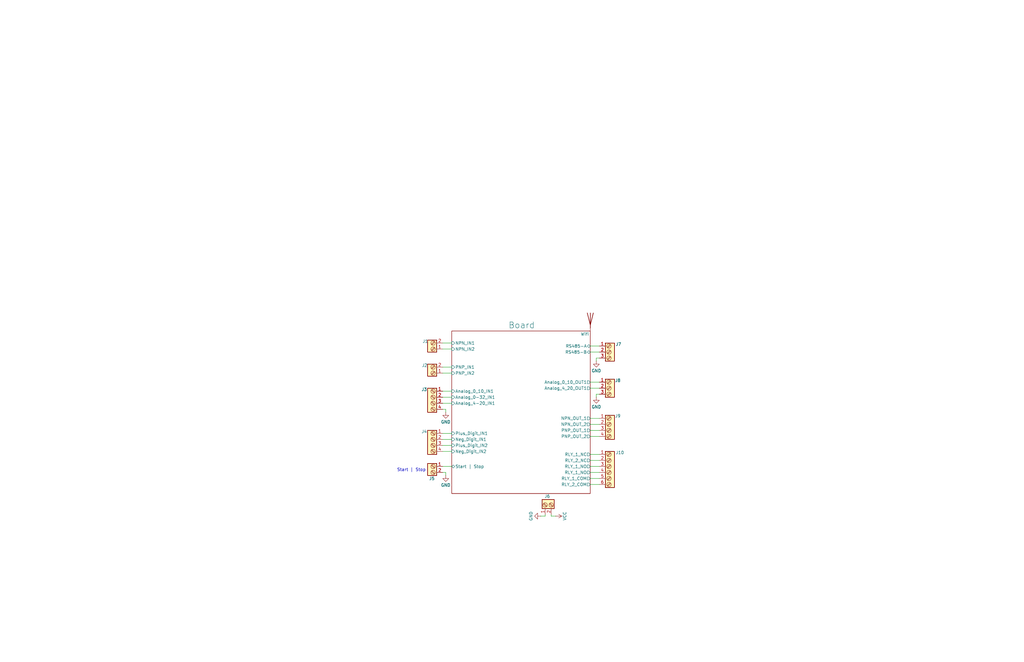
<source format=kicad_sch>
(kicad_sch
	(version 20250114)
	(generator "eeschema")
	(generator_version "9.0")
	(uuid "42622735-4343-4315-af64-a45701a752b6")
	(paper "B")
	(title_block
		(title "Nivara")
		(date "8 / 7 / 25")
		(rev "1.0")
		(company "Electiva")
	)
	(lib_symbols
		(symbol "Device:Antenna"
			(pin_numbers
				(hide yes)
			)
			(pin_names
				(offset 1.016)
				(hide yes)
			)
			(exclude_from_sim no)
			(in_bom yes)
			(on_board yes)
			(property "Reference" "AE"
				(at -1.905 1.905 0)
				(effects
					(font
						(size 1.27 1.27)
					)
					(justify right)
				)
			)
			(property "Value" "Antenna"
				(at -1.905 0 0)
				(effects
					(font
						(size 1.27 1.27)
					)
					(justify right)
				)
			)
			(property "Footprint" ""
				(at 0 0 0)
				(effects
					(font
						(size 1.27 1.27)
					)
					(hide yes)
				)
			)
			(property "Datasheet" "~"
				(at 0 0 0)
				(effects
					(font
						(size 1.27 1.27)
					)
					(hide yes)
				)
			)
			(property "Description" "Antenna"
				(at 0 0 0)
				(effects
					(font
						(size 1.27 1.27)
					)
					(hide yes)
				)
			)
			(property "ki_keywords" "antenna"
				(at 0 0 0)
				(effects
					(font
						(size 1.27 1.27)
					)
					(hide yes)
				)
			)
			(symbol "Antenna_0_1"
				(polyline
					(pts
						(xy 0 2.54) (xy 0 -3.81)
					)
					(stroke
						(width 0.254)
						(type default)
					)
					(fill
						(type none)
					)
				)
				(polyline
					(pts
						(xy 1.27 2.54) (xy 0 -2.54) (xy -1.27 2.54)
					)
					(stroke
						(width 0.254)
						(type default)
					)
					(fill
						(type none)
					)
				)
			)
			(symbol "Antenna_1_1"
				(pin input line
					(at 0 -5.08 90)
					(length 2.54)
					(name "A"
						(effects
							(font
								(size 1.27 1.27)
							)
						)
					)
					(number "1"
						(effects
							(font
								(size 1.27 1.27)
							)
						)
					)
				)
			)
			(embedded_fonts no)
		)
		(symbol "PCM_SL_Screw_Terminal:Screw_Terminal_2_P5.00mm"
			(exclude_from_sim no)
			(in_bom yes)
			(on_board yes)
			(property "Reference" "J"
				(at 0 3.81 0)
				(effects
					(font
						(size 1.27 1.27)
					)
				)
			)
			(property "Value" "Screw_Terminal_2_P5.00mm"
				(at 0 -3.81 0)
				(effects
					(font
						(size 1.27 1.27)
					)
				)
			)
			(property "Footprint" "TerminalBlock_Phoenix:TerminalBlock_Phoenix_PT-1,5-2-5.0-H_1x02_P5.00mm_Horizontal"
				(at 1.27 -6.35 0)
				(effects
					(font
						(size 1.27 1.27)
					)
					(hide yes)
				)
			)
			(property "Datasheet" ""
				(at 0 0 0)
				(effects
					(font
						(size 1.27 1.27)
					)
					(hide yes)
				)
			)
			(property "Description" ""
				(at 0 0 0)
				(effects
					(font
						(size 1.27 1.27)
					)
					(hide yes)
				)
			)
			(property "ki_keywords" "Screw Terminal"
				(at 0 0 0)
				(effects
					(font
						(size 1.27 1.27)
					)
					(hide yes)
				)
			)
			(symbol "Screw_Terminal_2_P5.00mm_0_1"
				(rectangle
					(start -1.27 2.54)
					(end 2.54 -2.54)
					(stroke
						(width 0.3)
						(type default)
					)
					(fill
						(type background)
					)
				)
				(polyline
					(pts
						(xy -0.254 0.508) (xy 1.016 1.778)
					)
					(stroke
						(width 0)
						(type default)
					)
					(fill
						(type none)
					)
				)
				(polyline
					(pts
						(xy -0.254 -2.032) (xy 1.016 -0.762)
					)
					(stroke
						(width 0)
						(type default)
					)
					(fill
						(type none)
					)
				)
				(polyline
					(pts
						(xy 0 1.27) (xy -0.508 0.762) (xy 0.762 2.032)
					)
					(stroke
						(width 0)
						(type default)
					)
					(fill
						(type none)
					)
				)
				(polyline
					(pts
						(xy 0 -1.27) (xy -0.508 -1.778) (xy 0.762 -0.508)
					)
					(stroke
						(width 0)
						(type default)
					)
					(fill
						(type none)
					)
				)
				(circle
					(center 0.254 1.27)
					(radius 0.9158)
					(stroke
						(width 0)
						(type default)
					)
					(fill
						(type none)
					)
				)
				(circle
					(center 0.254 -1.27)
					(radius 0.9158)
					(stroke
						(width 0)
						(type default)
					)
					(fill
						(type none)
					)
				)
			)
			(symbol "Screw_Terminal_2_P5.00mm_1_1"
				(pin passive line
					(at -3.81 1.27 0)
					(length 2.54)
					(name ""
						(effects
							(font
								(size 1.27 1.27)
							)
						)
					)
					(number "1"
						(effects
							(font
								(size 1.27 1.27)
							)
						)
					)
				)
				(pin passive line
					(at -3.81 -1.27 0)
					(length 2.54)
					(name ""
						(effects
							(font
								(size 1.27 1.27)
							)
						)
					)
					(number "2"
						(effects
							(font
								(size 1.27 1.27)
							)
						)
					)
				)
			)
			(embedded_fonts no)
		)
		(symbol "PCM_SL_Screw_Terminal:Screw_Terminal_3_P5.00mm"
			(exclude_from_sim no)
			(in_bom yes)
			(on_board yes)
			(property "Reference" "J"
				(at 0 5.842 0)
				(effects
					(font
						(size 1.27 1.27)
					)
				)
			)
			(property "Value" "Screw_Terminal_3_P5.00mm"
				(at 1.27 -5.588 0)
				(effects
					(font
						(size 1.27 1.27)
					)
				)
			)
			(property "Footprint" "TerminalBlock_Phoenix:TerminalBlock_Phoenix_PT-1,5-3-5.0-H_1x03_P5.00mm_Horizontal"
				(at 1.27 -7.62 0)
				(effects
					(font
						(size 1.27 1.27)
					)
					(hide yes)
				)
			)
			(property "Datasheet" ""
				(at 0 1.27 0)
				(effects
					(font
						(size 1.27 1.27)
					)
					(hide yes)
				)
			)
			(property "Description" ""
				(at 0 0 0)
				(effects
					(font
						(size 1.27 1.27)
					)
					(hide yes)
				)
			)
			(symbol "Screw_Terminal_3_P5.00mm_0_1"
				(rectangle
					(start -1.27 3.81)
					(end 2.54 -3.81)
					(stroke
						(width 0.3)
						(type default)
					)
					(fill
						(type background)
					)
				)
				(polyline
					(pts
						(xy -0.254 1.778) (xy 1.016 3.048)
					)
					(stroke
						(width 0)
						(type default)
					)
					(fill
						(type none)
					)
				)
				(polyline
					(pts
						(xy -0.254 -0.762) (xy 1.016 0.508)
					)
					(stroke
						(width 0)
						(type default)
					)
					(fill
						(type none)
					)
				)
				(polyline
					(pts
						(xy -0.254 -3.302) (xy 1.016 -2.032)
					)
					(stroke
						(width 0)
						(type default)
					)
					(fill
						(type none)
					)
				)
				(polyline
					(pts
						(xy 0 2.54) (xy -0.508 2.032) (xy 0.762 3.302)
					)
					(stroke
						(width 0)
						(type default)
					)
					(fill
						(type none)
					)
				)
				(polyline
					(pts
						(xy 0 0) (xy -0.508 -0.508) (xy 0.762 0.762)
					)
					(stroke
						(width 0)
						(type default)
					)
					(fill
						(type none)
					)
				)
				(polyline
					(pts
						(xy 0 -2.54) (xy -0.508 -3.048) (xy 0.762 -1.778)
					)
					(stroke
						(width 0)
						(type default)
					)
					(fill
						(type none)
					)
				)
				(circle
					(center 0.254 2.54)
					(radius 0.9158)
					(stroke
						(width 0)
						(type default)
					)
					(fill
						(type none)
					)
				)
				(circle
					(center 0.254 0)
					(radius 0.9158)
					(stroke
						(width 0)
						(type default)
					)
					(fill
						(type none)
					)
				)
				(circle
					(center 0.254 -2.54)
					(radius 0.9158)
					(stroke
						(width 0)
						(type default)
					)
					(fill
						(type none)
					)
				)
			)
			(symbol "Screw_Terminal_3_P5.00mm_1_1"
				(pin passive line
					(at -3.81 2.54 0)
					(length 2.54)
					(name ""
						(effects
							(font
								(size 1.27 1.27)
							)
						)
					)
					(number "1"
						(effects
							(font
								(size 1.27 1.27)
							)
						)
					)
				)
				(pin passive line
					(at -3.81 0 0)
					(length 2.54)
					(name ""
						(effects
							(font
								(size 1.27 1.27)
							)
						)
					)
					(number "2"
						(effects
							(font
								(size 1.27 1.27)
							)
						)
					)
				)
				(pin passive line
					(at -3.81 -2.54 0)
					(length 2.54)
					(name ""
						(effects
							(font
								(size 1.27 1.27)
							)
						)
					)
					(number "3"
						(effects
							(font
								(size 1.27 1.27)
							)
						)
					)
				)
			)
			(embedded_fonts no)
		)
		(symbol "PCM_SL_Screw_Terminal:Screw_Terminal_4_P5.00mm"
			(exclude_from_sim no)
			(in_bom yes)
			(on_board yes)
			(property "Reference" "J"
				(at 0 6.35 0)
				(effects
					(font
						(size 1.27 1.27)
					)
				)
			)
			(property "Value" "Screw_Terminal_4_P5.00mm"
				(at 1.27 -6.35 0)
				(effects
					(font
						(size 1.27 1.27)
					)
				)
			)
			(property "Footprint" "TerminalBlock_Phoenix:TerminalBlock_Phoenix_PT-1,5-4-5.0-H_1x04_P5.00mm_Horizontal"
				(at 0 -8.89 0)
				(effects
					(font
						(size 1.27 1.27)
					)
					(hide yes)
				)
			)
			(property "Datasheet" ""
				(at 0 2.54 0)
				(effects
					(font
						(size 1.27 1.27)
					)
					(hide yes)
				)
			)
			(property "Description" ""
				(at 0 0 0)
				(effects
					(font
						(size 1.27 1.27)
					)
					(hide yes)
				)
			)
			(symbol "Screw_Terminal_4_P5.00mm_0_1"
				(rectangle
					(start -1.27 5.08)
					(end 2.54 -5.08)
					(stroke
						(width 0.3)
						(type default)
					)
					(fill
						(type background)
					)
				)
				(polyline
					(pts
						(xy -0.254 3.048) (xy 1.016 4.318)
					)
					(stroke
						(width 0)
						(type default)
					)
					(fill
						(type none)
					)
				)
				(polyline
					(pts
						(xy -0.254 0.508) (xy 1.016 1.778)
					)
					(stroke
						(width 0)
						(type default)
					)
					(fill
						(type none)
					)
				)
				(polyline
					(pts
						(xy -0.254 -2.032) (xy 1.016 -0.762)
					)
					(stroke
						(width 0)
						(type default)
					)
					(fill
						(type none)
					)
				)
				(polyline
					(pts
						(xy -0.254 -4.572) (xy 1.016 -3.302)
					)
					(stroke
						(width 0)
						(type default)
					)
					(fill
						(type none)
					)
				)
				(polyline
					(pts
						(xy 0 3.81) (xy -0.508 3.302) (xy 0.762 4.572)
					)
					(stroke
						(width 0)
						(type default)
					)
					(fill
						(type none)
					)
				)
				(polyline
					(pts
						(xy 0 1.27) (xy -0.508 0.762) (xy 0.762 2.032)
					)
					(stroke
						(width 0)
						(type default)
					)
					(fill
						(type none)
					)
				)
				(polyline
					(pts
						(xy 0 -1.27) (xy -0.508 -1.778) (xy 0.762 -0.508)
					)
					(stroke
						(width 0)
						(type default)
					)
					(fill
						(type none)
					)
				)
				(polyline
					(pts
						(xy 0 -3.81) (xy -0.508 -4.318) (xy 0.762 -3.048)
					)
					(stroke
						(width 0)
						(type default)
					)
					(fill
						(type none)
					)
				)
				(circle
					(center 0.254 3.81)
					(radius 0.9158)
					(stroke
						(width 0)
						(type default)
					)
					(fill
						(type none)
					)
				)
				(circle
					(center 0.254 1.27)
					(radius 0.9158)
					(stroke
						(width 0)
						(type default)
					)
					(fill
						(type none)
					)
				)
				(circle
					(center 0.254 -1.27)
					(radius 0.9158)
					(stroke
						(width 0)
						(type default)
					)
					(fill
						(type none)
					)
				)
				(circle
					(center 0.254 -3.81)
					(radius 0.9158)
					(stroke
						(width 0)
						(type default)
					)
					(fill
						(type none)
					)
				)
			)
			(symbol "Screw_Terminal_4_P5.00mm_1_1"
				(pin passive line
					(at -3.81 3.81 0)
					(length 2.54)
					(name ""
						(effects
							(font
								(size 1.27 1.27)
							)
						)
					)
					(number "1"
						(effects
							(font
								(size 1.27 1.27)
							)
						)
					)
				)
				(pin passive line
					(at -3.81 1.27 0)
					(length 2.54)
					(name ""
						(effects
							(font
								(size 1.27 1.27)
							)
						)
					)
					(number "2"
						(effects
							(font
								(size 1.27 1.27)
							)
						)
					)
				)
				(pin passive line
					(at -3.81 -1.27 0)
					(length 2.54)
					(name ""
						(effects
							(font
								(size 1.27 1.27)
							)
						)
					)
					(number "3"
						(effects
							(font
								(size 1.27 1.27)
							)
						)
					)
				)
				(pin passive line
					(at -3.81 -3.81 0)
					(length 2.54)
					(name ""
						(effects
							(font
								(size 1.27 1.27)
							)
						)
					)
					(number "4"
						(effects
							(font
								(size 1.27 1.27)
							)
						)
					)
				)
			)
			(embedded_fonts no)
		)
		(symbol "PCM_SL_Screw_Terminal:Screw_Terminal_6_P5.00mm"
			(exclude_from_sim no)
			(in_bom yes)
			(on_board yes)
			(property "Reference" "J"
				(at 0 8.89 0)
				(effects
					(font
						(size 1.27 1.27)
					)
				)
			)
			(property "Value" "Screw_Terminal_6_P5.00mm"
				(at 1.27 -8.89 0)
				(effects
					(font
						(size 1.27 1.27)
					)
				)
			)
			(property "Footprint" "TerminalBlock_Phoenix:TerminalBlock_Phoenix_PT-1,5-6-5.0-H_1x06_P5.00mm_Horizontal"
				(at 1.27 -11.43 0)
				(effects
					(font
						(size 1.27 1.27)
					)
					(hide yes)
				)
			)
			(property "Datasheet" ""
				(at 0 5.08 0)
				(effects
					(font
						(size 1.27 1.27)
					)
					(hide yes)
				)
			)
			(property "Description" ""
				(at 0 0 0)
				(effects
					(font
						(size 1.27 1.27)
					)
					(hide yes)
				)
			)
			(symbol "Screw_Terminal_6_P5.00mm_0_1"
				(rectangle
					(start -1.27 7.62)
					(end 2.54 -7.62)
					(stroke
						(width 0.3)
						(type default)
					)
					(fill
						(type background)
					)
				)
				(polyline
					(pts
						(xy -0.254 5.588) (xy 1.016 6.858)
					)
					(stroke
						(width 0)
						(type default)
					)
					(fill
						(type none)
					)
				)
				(polyline
					(pts
						(xy -0.254 3.048) (xy 1.016 4.318)
					)
					(stroke
						(width 0)
						(type default)
					)
					(fill
						(type none)
					)
				)
				(polyline
					(pts
						(xy -0.254 0.508) (xy 1.016 1.778)
					)
					(stroke
						(width 0)
						(type default)
					)
					(fill
						(type none)
					)
				)
				(polyline
					(pts
						(xy -0.254 -2.032) (xy 1.016 -0.762)
					)
					(stroke
						(width 0)
						(type default)
					)
					(fill
						(type none)
					)
				)
				(polyline
					(pts
						(xy -0.254 -4.572) (xy 1.016 -3.302)
					)
					(stroke
						(width 0)
						(type default)
					)
					(fill
						(type none)
					)
				)
				(polyline
					(pts
						(xy -0.254 -7.112) (xy 1.016 -5.842)
					)
					(stroke
						(width 0)
						(type default)
					)
					(fill
						(type none)
					)
				)
				(polyline
					(pts
						(xy 0 6.35) (xy -0.508 5.842) (xy 0.762 7.112)
					)
					(stroke
						(width 0)
						(type default)
					)
					(fill
						(type none)
					)
				)
				(polyline
					(pts
						(xy 0 3.81) (xy -0.508 3.302) (xy 0.762 4.572)
					)
					(stroke
						(width 0)
						(type default)
					)
					(fill
						(type none)
					)
				)
				(polyline
					(pts
						(xy 0 1.27) (xy -0.508 0.762) (xy 0.762 2.032)
					)
					(stroke
						(width 0)
						(type default)
					)
					(fill
						(type none)
					)
				)
				(polyline
					(pts
						(xy 0 -1.27) (xy -0.508 -1.778) (xy 0.762 -0.508)
					)
					(stroke
						(width 0)
						(type default)
					)
					(fill
						(type none)
					)
				)
				(polyline
					(pts
						(xy 0 -3.81) (xy -0.508 -4.318) (xy 0.762 -3.048)
					)
					(stroke
						(width 0)
						(type default)
					)
					(fill
						(type none)
					)
				)
				(polyline
					(pts
						(xy 0 -6.35) (xy -0.508 -6.858) (xy 0.762 -5.588)
					)
					(stroke
						(width 0)
						(type default)
					)
					(fill
						(type none)
					)
				)
				(circle
					(center 0.254 6.35)
					(radius 0.9158)
					(stroke
						(width 0)
						(type default)
					)
					(fill
						(type none)
					)
				)
				(circle
					(center 0.254 3.81)
					(radius 0.9158)
					(stroke
						(width 0)
						(type default)
					)
					(fill
						(type none)
					)
				)
				(circle
					(center 0.254 1.27)
					(radius 0.9158)
					(stroke
						(width 0)
						(type default)
					)
					(fill
						(type none)
					)
				)
				(circle
					(center 0.254 -1.27)
					(radius 0.9158)
					(stroke
						(width 0)
						(type default)
					)
					(fill
						(type none)
					)
				)
				(circle
					(center 0.254 -3.81)
					(radius 0.9158)
					(stroke
						(width 0)
						(type default)
					)
					(fill
						(type none)
					)
				)
				(circle
					(center 0.254 -6.35)
					(radius 0.9158)
					(stroke
						(width 0)
						(type default)
					)
					(fill
						(type none)
					)
				)
			)
			(symbol "Screw_Terminal_6_P5.00mm_1_1"
				(pin passive line
					(at -3.81 6.35 0)
					(length 2.54)
					(name ""
						(effects
							(font
								(size 1.27 1.27)
							)
						)
					)
					(number "1"
						(effects
							(font
								(size 1.27 1.27)
							)
						)
					)
				)
				(pin passive line
					(at -3.81 3.81 0)
					(length 2.54)
					(name ""
						(effects
							(font
								(size 1.27 1.27)
							)
						)
					)
					(number "2"
						(effects
							(font
								(size 1.27 1.27)
							)
						)
					)
				)
				(pin passive line
					(at -3.81 1.27 0)
					(length 2.54)
					(name ""
						(effects
							(font
								(size 1.27 1.27)
							)
						)
					)
					(number "3"
						(effects
							(font
								(size 1.27 1.27)
							)
						)
					)
				)
				(pin passive line
					(at -3.81 -1.27 0)
					(length 2.54)
					(name ""
						(effects
							(font
								(size 1.27 1.27)
							)
						)
					)
					(number "4"
						(effects
							(font
								(size 1.27 1.27)
							)
						)
					)
				)
				(pin passive line
					(at -3.81 -3.81 0)
					(length 2.54)
					(name ""
						(effects
							(font
								(size 1.27 1.27)
							)
						)
					)
					(number "5"
						(effects
							(font
								(size 1.27 1.27)
							)
						)
					)
				)
				(pin passive line
					(at -3.81 -6.35 0)
					(length 2.54)
					(name ""
						(effects
							(font
								(size 1.27 1.27)
							)
						)
					)
					(number "6"
						(effects
							(font
								(size 1.27 1.27)
							)
						)
					)
				)
			)
			(embedded_fonts no)
		)
		(symbol "power:GND"
			(power)
			(pin_numbers
				(hide yes)
			)
			(pin_names
				(offset 0)
				(hide yes)
			)
			(exclude_from_sim no)
			(in_bom yes)
			(on_board yes)
			(property "Reference" "#PWR"
				(at 0 -6.35 0)
				(effects
					(font
						(size 1.27 1.27)
					)
					(hide yes)
				)
			)
			(property "Value" "GND"
				(at 0 -3.81 0)
				(effects
					(font
						(size 1.27 1.27)
					)
				)
			)
			(property "Footprint" ""
				(at 0 0 0)
				(effects
					(font
						(size 1.27 1.27)
					)
					(hide yes)
				)
			)
			(property "Datasheet" ""
				(at 0 0 0)
				(effects
					(font
						(size 1.27 1.27)
					)
					(hide yes)
				)
			)
			(property "Description" "Power symbol creates a global label with name \"GND\" , ground"
				(at 0 0 0)
				(effects
					(font
						(size 1.27 1.27)
					)
					(hide yes)
				)
			)
			(property "ki_keywords" "global power"
				(at 0 0 0)
				(effects
					(font
						(size 1.27 1.27)
					)
					(hide yes)
				)
			)
			(symbol "GND_0_1"
				(polyline
					(pts
						(xy 0 0) (xy 0 -1.27) (xy 1.27 -1.27) (xy 0 -2.54) (xy -1.27 -1.27) (xy 0 -1.27)
					)
					(stroke
						(width 0)
						(type default)
					)
					(fill
						(type none)
					)
				)
			)
			(symbol "GND_1_1"
				(pin power_in line
					(at 0 0 270)
					(length 0)
					(name "~"
						(effects
							(font
								(size 1.27 1.27)
							)
						)
					)
					(number "1"
						(effects
							(font
								(size 1.27 1.27)
							)
						)
					)
				)
			)
			(embedded_fonts no)
		)
		(symbol "power:VCC"
			(power)
			(pin_numbers
				(hide yes)
			)
			(pin_names
				(offset 0)
				(hide yes)
			)
			(exclude_from_sim no)
			(in_bom yes)
			(on_board yes)
			(property "Reference" "#PWR"
				(at 0 -3.81 0)
				(effects
					(font
						(size 1.27 1.27)
					)
					(hide yes)
				)
			)
			(property "Value" "VCC"
				(at 0 3.556 0)
				(effects
					(font
						(size 1.27 1.27)
					)
				)
			)
			(property "Footprint" ""
				(at 0 0 0)
				(effects
					(font
						(size 1.27 1.27)
					)
					(hide yes)
				)
			)
			(property "Datasheet" ""
				(at 0 0 0)
				(effects
					(font
						(size 1.27 1.27)
					)
					(hide yes)
				)
			)
			(property "Description" "Power symbol creates a global label with name \"VCC\""
				(at 0 0 0)
				(effects
					(font
						(size 1.27 1.27)
					)
					(hide yes)
				)
			)
			(property "ki_keywords" "global power"
				(at 0 0 0)
				(effects
					(font
						(size 1.27 1.27)
					)
					(hide yes)
				)
			)
			(symbol "VCC_0_1"
				(polyline
					(pts
						(xy -0.762 1.27) (xy 0 2.54)
					)
					(stroke
						(width 0)
						(type default)
					)
					(fill
						(type none)
					)
				)
				(polyline
					(pts
						(xy 0 2.54) (xy 0.762 1.27)
					)
					(stroke
						(width 0)
						(type default)
					)
					(fill
						(type none)
					)
				)
				(polyline
					(pts
						(xy 0 0) (xy 0 2.54)
					)
					(stroke
						(width 0)
						(type default)
					)
					(fill
						(type none)
					)
				)
			)
			(symbol "VCC_1_1"
				(pin power_in line
					(at 0 0 90)
					(length 0)
					(name "~"
						(effects
							(font
								(size 1.27 1.27)
							)
						)
					)
					(number "1"
						(effects
							(font
								(size 1.27 1.27)
							)
						)
					)
				)
			)
			(embedded_fonts no)
		)
	)
	(text "Start | Stop"
		(exclude_from_sim no)
		(at 173.482 198.374 0)
		(effects
			(font
				(size 1.27 1.27)
			)
		)
		(uuid "491388c0-e430-425e-aa45-65afab839b81")
	)
	(wire
		(pts
			(xy 248.92 181.61) (xy 252.73 181.61)
		)
		(stroke
			(width 0)
			(type default)
		)
		(uuid "0078c581-c9e3-4bf9-a91c-07b1f51c7bb2")
	)
	(wire
		(pts
			(xy 186.69 185.42) (xy 190.5 185.42)
		)
		(stroke
			(width 0)
			(type default)
		)
		(uuid "077bd831-8db3-409f-91f7-e16837ed06dd")
	)
	(wire
		(pts
			(xy 248.92 146.05) (xy 252.73 146.05)
		)
		(stroke
			(width 0)
			(type default)
		)
		(uuid "0ec3fb23-9ab0-48dd-a138-d43a913a4d9c")
	)
	(wire
		(pts
			(xy 251.46 166.37) (xy 251.46 167.64)
		)
		(stroke
			(width 0)
			(type default)
		)
		(uuid "1593e8ec-5ab1-4a53-ae90-e1d25e7fab8c")
	)
	(wire
		(pts
			(xy 186.69 144.78) (xy 190.5 144.78)
		)
		(stroke
			(width 0)
			(type default)
		)
		(uuid "165ab283-cacd-4c2c-b789-89e2f5fa008a")
	)
	(wire
		(pts
			(xy 252.73 151.13) (xy 251.46 151.13)
		)
		(stroke
			(width 0)
			(type default)
		)
		(uuid "191e9b25-e66e-4363-acc9-0c459fcb2825")
	)
	(wire
		(pts
			(xy 186.69 165.1) (xy 190.5 165.1)
		)
		(stroke
			(width 0)
			(type default)
		)
		(uuid "281d511f-1777-4b82-a56d-d367bf8c21e3")
	)
	(wire
		(pts
			(xy 232.41 217.17) (xy 232.41 217.805)
		)
		(stroke
			(width 0)
			(type default)
		)
		(uuid "29115b6c-a534-4159-8bba-7a47aa1d0f6b")
	)
	(wire
		(pts
			(xy 248.92 194.31) (xy 252.73 194.31)
		)
		(stroke
			(width 0)
			(type default)
		)
		(uuid "2b5bfdb6-2ecd-4aa2-88c0-4f14e209c084")
	)
	(wire
		(pts
			(xy 186.69 187.96) (xy 190.5 187.96)
		)
		(stroke
			(width 0)
			(type default)
		)
		(uuid "31695c18-d379-4107-8570-b7b8336f1fb9")
	)
	(wire
		(pts
			(xy 187.96 172.72) (xy 187.96 173.99)
		)
		(stroke
			(width 0)
			(type default)
		)
		(uuid "3902feae-e0de-4262-a8d5-44d770e2b700")
	)
	(wire
		(pts
			(xy 248.92 201.93) (xy 252.73 201.93)
		)
		(stroke
			(width 0)
			(type default)
		)
		(uuid "3e29e6d9-b67f-4097-9707-83d62b149e22")
	)
	(wire
		(pts
			(xy 248.92 176.53) (xy 252.73 176.53)
		)
		(stroke
			(width 0)
			(type default)
		)
		(uuid "49ee9e47-6193-4ba9-9b3f-f810f4233554")
	)
	(wire
		(pts
			(xy 186.69 157.48) (xy 190.5 157.48)
		)
		(stroke
			(width 0)
			(type default)
		)
		(uuid "571914b2-6db8-4f7f-b279-190d841746d2")
	)
	(wire
		(pts
			(xy 248.92 196.85) (xy 252.73 196.85)
		)
		(stroke
			(width 0)
			(type default)
		)
		(uuid "58a6e0af-cacc-44fc-b0eb-df5a65c44c42")
	)
	(wire
		(pts
			(xy 248.92 184.15) (xy 252.73 184.15)
		)
		(stroke
			(width 0)
			(type default)
		)
		(uuid "673906b4-7c2d-4a23-924c-05b6eb702395")
	)
	(wire
		(pts
			(xy 186.69 196.85) (xy 190.5 196.85)
		)
		(stroke
			(width 0)
			(type default)
		)
		(uuid "6ed9e88b-2f24-4853-a669-55fc1dae822d")
	)
	(wire
		(pts
			(xy 252.73 166.37) (xy 251.46 166.37)
		)
		(stroke
			(width 0)
			(type default)
		)
		(uuid "6feff88a-d3be-406e-a807-74b1ac69762f")
	)
	(wire
		(pts
			(xy 186.69 167.64) (xy 190.5 167.64)
		)
		(stroke
			(width 0)
			(type default)
		)
		(uuid "76e9f202-3341-4034-b1d8-d2515e5d9282")
	)
	(wire
		(pts
			(xy 187.96 199.39) (xy 187.96 200.66)
		)
		(stroke
			(width 0)
			(type default)
		)
		(uuid "770b6035-2f23-4216-bf3e-bc22b5cfc03a")
	)
	(wire
		(pts
			(xy 248.92 148.59) (xy 252.73 148.59)
		)
		(stroke
			(width 0)
			(type default)
		)
		(uuid "7fb60918-5adb-48d7-ad68-6bf555e44bd4")
	)
	(wire
		(pts
			(xy 248.92 161.29) (xy 252.73 161.29)
		)
		(stroke
			(width 0)
			(type default)
		)
		(uuid "809d20ad-24ca-4fff-873b-b7ce96e57041")
	)
	(wire
		(pts
			(xy 186.69 154.94) (xy 190.5 154.94)
		)
		(stroke
			(width 0)
			(type default)
		)
		(uuid "879e5b76-449a-41d5-9791-f11decb485f2")
	)
	(wire
		(pts
			(xy 248.92 204.47) (xy 252.73 204.47)
		)
		(stroke
			(width 0)
			(type default)
		)
		(uuid "8cbf11b0-36fc-45d6-b0aa-cbf99bf6e645")
	)
	(wire
		(pts
			(xy 186.69 172.72) (xy 187.96 172.72)
		)
		(stroke
			(width 0)
			(type default)
		)
		(uuid "907b979c-c624-4adb-8bbf-39e83425ff36")
	)
	(wire
		(pts
			(xy 248.92 191.77) (xy 252.73 191.77)
		)
		(stroke
			(width 0)
			(type default)
		)
		(uuid "99971e49-7d3b-4d20-b756-097b22a7951a")
	)
	(wire
		(pts
			(xy 229.87 217.805) (xy 227.965 217.805)
		)
		(stroke
			(width 0)
			(type default)
		)
		(uuid "a025bdaf-da2f-445d-a313-363719772325")
	)
	(wire
		(pts
			(xy 186.69 182.88) (xy 190.5 182.88)
		)
		(stroke
			(width 0)
			(type default)
		)
		(uuid "a0c5d0d4-c019-4f07-8d87-b89ae1eea623")
	)
	(wire
		(pts
			(xy 248.92 163.83) (xy 252.73 163.83)
		)
		(stroke
			(width 0)
			(type default)
		)
		(uuid "a864383e-8474-4218-98b9-d4a7d8d66a3f")
	)
	(wire
		(pts
			(xy 186.69 190.5) (xy 190.5 190.5)
		)
		(stroke
			(width 0)
			(type default)
		)
		(uuid "adfaca39-6908-47a7-9f08-72330f9e9022")
	)
	(wire
		(pts
			(xy 187.96 199.39) (xy 186.69 199.39)
		)
		(stroke
			(width 0)
			(type default)
		)
		(uuid "ba443da4-1fe2-44f9-9bec-3db4c8cb4a1f")
	)
	(wire
		(pts
			(xy 248.92 199.39) (xy 252.73 199.39)
		)
		(stroke
			(width 0)
			(type default)
		)
		(uuid "c38cbb81-89fe-42ed-8967-541456bc635f")
	)
	(wire
		(pts
			(xy 232.41 217.805) (xy 234.315 217.805)
		)
		(stroke
			(width 0)
			(type default)
		)
		(uuid "cacdd151-7011-498d-8ba7-48a03e4e9ee2")
	)
	(wire
		(pts
			(xy 251.46 151.13) (xy 251.46 152.4)
		)
		(stroke
			(width 0)
			(type default)
		)
		(uuid "cf877b2a-df76-4280-b0d3-e42e3f123df1")
	)
	(wire
		(pts
			(xy 248.92 179.07) (xy 252.73 179.07)
		)
		(stroke
			(width 0)
			(type default)
		)
		(uuid "e957e426-fdaf-433d-9a6a-ac330f104f51")
	)
	(wire
		(pts
			(xy 186.69 170.18) (xy 190.5 170.18)
		)
		(stroke
			(width 0)
			(type default)
		)
		(uuid "e9c084e9-9cfe-4d3a-a431-369bad9ced82")
	)
	(wire
		(pts
			(xy 229.87 217.17) (xy 229.87 217.805)
		)
		(stroke
			(width 0)
			(type default)
		)
		(uuid "f4905754-af29-4bf0-96f7-63cea429dc6a")
	)
	(wire
		(pts
			(xy 186.69 147.32) (xy 190.5 147.32)
		)
		(stroke
			(width 0)
			(type default)
		)
		(uuid "fecdfe3a-a702-436d-abd7-44010f5abc4c")
	)
	(symbol
		(lib_id "PCM_SL_Screw_Terminal:Screw_Terminal_2_P5.00mm")
		(at 182.88 156.21 180)
		(unit 1)
		(exclude_from_sim no)
		(in_bom yes)
		(on_board yes)
		(dnp no)
		(uuid "019619e0-75ff-41a4-84e0-d614eb14d20d")
		(property "Reference" "J2"
			(at 179.07 154.178 0)
			(effects
				(font
					(size 1.27 1.27)
				)
			)
		)
		(property "Value" "Screw_Terminal_2_P5.00mm"
			(at 182.245 151.13 0)
			(effects
				(font
					(size 1.27 1.27)
				)
				(hide yes)
			)
		)
		(property "Footprint" "TerminalBlock_Phoenix:TerminalBlock_Phoenix_PT-1,5-2-5.0-H_1x02_P5.00mm_Horizontal"
			(at 181.61 149.86 0)
			(effects
				(font
					(size 1.27 1.27)
				)
				(hide yes)
			)
		)
		(property "Datasheet" ""
			(at 182.88 156.21 0)
			(effects
				(font
					(size 1.27 1.27)
				)
				(hide yes)
			)
		)
		(property "Description" ""
			(at 182.88 156.21 0)
			(effects
				(font
					(size 1.27 1.27)
				)
				(hide yes)
			)
		)
		(property "Part Number" ""
			(at 182.88 156.21 0)
			(effects
				(font
					(size 1.27 1.27)
				)
			)
		)
		(pin "1"
			(uuid "843eba47-2b89-4633-896d-353e29209178")
		)
		(pin "2"
			(uuid "b663832c-0566-4bc2-bc47-310d4b474a10")
		)
		(instances
			(project "Nivara Controls"
				(path "/42622735-4343-4315-af64-a45701a752b6"
					(reference "J2")
					(unit 1)
				)
			)
		)
	)
	(symbol
		(lib_id "PCM_SL_Screw_Terminal:Screw_Terminal_3_P5.00mm")
		(at 256.54 148.59 0)
		(unit 1)
		(exclude_from_sim no)
		(in_bom yes)
		(on_board yes)
		(dnp no)
		(uuid "06667df2-cada-4271-a5ba-acca5cb12f41")
		(property "Reference" "J7"
			(at 259.588 145.288 0)
			(effects
				(font
					(size 1.27 1.27)
				)
				(justify left)
			)
		)
		(property "Value" "Screw_Terminal_3_P5.00mm"
			(at 260.35 149.8599 0)
			(effects
				(font
					(size 1.27 1.27)
				)
				(justify left)
				(hide yes)
			)
		)
		(property "Footprint" "TerminalBlock_Phoenix:TerminalBlock_Phoenix_PT-1,5-3-5.0-H_1x03_P5.00mm_Horizontal"
			(at 257.81 156.21 0)
			(effects
				(font
					(size 1.27 1.27)
				)
				(hide yes)
			)
		)
		(property "Datasheet" ""
			(at 256.54 147.32 0)
			(effects
				(font
					(size 1.27 1.27)
				)
				(hide yes)
			)
		)
		(property "Description" ""
			(at 256.54 148.59 0)
			(effects
				(font
					(size 1.27 1.27)
				)
				(hide yes)
			)
		)
		(property "Part Number" ""
			(at 256.54 148.59 0)
			(effects
				(font
					(size 1.27 1.27)
				)
			)
		)
		(pin "1"
			(uuid "d82838ed-6b30-4410-aa14-af7568d5a7b0")
		)
		(pin "2"
			(uuid "92b027d2-781b-4ade-9996-83a3a069f80f")
		)
		(pin "3"
			(uuid "7728ec95-0332-44b9-9e20-be1d951c1006")
		)
		(instances
			(project ""
				(path "/42622735-4343-4315-af64-a45701a752b6"
					(reference "J7")
					(unit 1)
				)
			)
		)
	)
	(symbol
		(lib_id "power:GND")
		(at 251.46 152.4 0)
		(unit 1)
		(exclude_from_sim no)
		(in_bom yes)
		(on_board yes)
		(dnp no)
		(uuid "070d71cf-acd1-4a46-9922-543252b92abc")
		(property "Reference" "#PWR05"
			(at 251.46 158.75 0)
			(effects
				(font
					(size 1.27 1.27)
				)
				(hide yes)
			)
		)
		(property "Value" "GND"
			(at 251.46 156.464 0)
			(effects
				(font
					(size 1.27 1.27)
				)
			)
		)
		(property "Footprint" ""
			(at 251.46 152.4 0)
			(effects
				(font
					(size 1.27 1.27)
				)
				(hide yes)
			)
		)
		(property "Datasheet" ""
			(at 251.46 152.4 0)
			(effects
				(font
					(size 1.27 1.27)
				)
				(hide yes)
			)
		)
		(property "Description" "Power symbol creates a global label with name \"GND\" , ground"
			(at 251.46 152.4 0)
			(effects
				(font
					(size 1.27 1.27)
				)
				(hide yes)
			)
		)
		(pin "1"
			(uuid "4fcad234-a999-4133-9466-fb2bc531771e")
		)
		(instances
			(project "Nivara Controls"
				(path "/42622735-4343-4315-af64-a45701a752b6"
					(reference "#PWR05")
					(unit 1)
				)
			)
		)
	)
	(symbol
		(lib_id "Device:Antenna")
		(at 248.92 134.62 0)
		(unit 1)
		(exclude_from_sim no)
		(in_bom yes)
		(on_board no)
		(dnp no)
		(uuid "1c1b8387-6a1d-4ede-ab26-a9e2588d23fc")
		(property "Reference" "AE1"
			(at 251.46 133.9849 0)
			(effects
				(font
					(size 1.27 1.27)
				)
				(justify left)
				(hide yes)
			)
		)
		(property "Value" "Wifi"
			(at 244.856 140.97 0)
			(effects
				(font
					(size 1.27 1.27)
				)
				(justify left)
			)
		)
		(property "Footprint" ""
			(at 248.92 134.62 0)
			(effects
				(font
					(size 1.27 1.27)
				)
				(hide yes)
			)
		)
		(property "Datasheet" "~"
			(at 248.92 134.62 0)
			(effects
				(font
					(size 1.27 1.27)
				)
				(hide yes)
			)
		)
		(property "Description" "Antenna"
			(at 248.92 134.62 0)
			(effects
				(font
					(size 1.27 1.27)
				)
				(hide yes)
			)
		)
		(property "Part Number" ""
			(at 248.92 134.62 0)
			(effects
				(font
					(size 1.27 1.27)
				)
			)
		)
		(pin "1"
			(uuid "f3984f6f-0ae9-4369-b52c-54ee2cad8b01")
		)
		(instances
			(project ""
				(path "/42622735-4343-4315-af64-a45701a752b6"
					(reference "AE1")
					(unit 1)
				)
			)
		)
	)
	(symbol
		(lib_id "power:GND")
		(at 227.965 217.805 270)
		(unit 1)
		(exclude_from_sim no)
		(in_bom yes)
		(on_board yes)
		(dnp no)
		(uuid "20bfa8a9-ee5b-4e83-9f12-ae3ee5dbb22a")
		(property "Reference" "#PWR03"
			(at 221.615 217.805 0)
			(effects
				(font
					(size 1.27 1.27)
				)
				(hide yes)
			)
		)
		(property "Value" "GND"
			(at 223.901 217.805 0)
			(effects
				(font
					(size 1.27 1.27)
				)
			)
		)
		(property "Footprint" ""
			(at 227.965 217.805 0)
			(effects
				(font
					(size 1.27 1.27)
				)
				(hide yes)
			)
		)
		(property "Datasheet" ""
			(at 227.965 217.805 0)
			(effects
				(font
					(size 1.27 1.27)
				)
				(hide yes)
			)
		)
		(property "Description" "Power symbol creates a global label with name \"GND\" , ground"
			(at 227.965 217.805 0)
			(effects
				(font
					(size 1.27 1.27)
				)
				(hide yes)
			)
		)
		(pin "1"
			(uuid "5a2ee0cc-b5cd-44db-81ac-f31cdaa5681b")
		)
		(instances
			(project ""
				(path "/42622735-4343-4315-af64-a45701a752b6"
					(reference "#PWR03")
					(unit 1)
				)
			)
		)
	)
	(symbol
		(lib_id "power:GND")
		(at 187.96 200.66 0)
		(unit 1)
		(exclude_from_sim no)
		(in_bom yes)
		(on_board yes)
		(dnp no)
		(uuid "4de8a246-5a30-4927-89fa-e18964f70deb")
		(property "Reference" "#PWR02"
			(at 187.96 207.01 0)
			(effects
				(font
					(size 1.27 1.27)
				)
				(hide yes)
			)
		)
		(property "Value" "GND"
			(at 187.96 204.724 0)
			(effects
				(font
					(size 1.27 1.27)
				)
			)
		)
		(property "Footprint" ""
			(at 187.96 200.66 0)
			(effects
				(font
					(size 1.27 1.27)
				)
				(hide yes)
			)
		)
		(property "Datasheet" ""
			(at 187.96 200.66 0)
			(effects
				(font
					(size 1.27 1.27)
				)
				(hide yes)
			)
		)
		(property "Description" "Power symbol creates a global label with name \"GND\" , ground"
			(at 187.96 200.66 0)
			(effects
				(font
					(size 1.27 1.27)
				)
				(hide yes)
			)
		)
		(pin "1"
			(uuid "0e7f5662-8ad1-4c9d-a370-d1cdb6e6fe83")
		)
		(instances
			(project "Nivara Controls"
				(path "/42622735-4343-4315-af64-a45701a752b6"
					(reference "#PWR02")
					(unit 1)
				)
			)
		)
	)
	(symbol
		(lib_id "PCM_SL_Screw_Terminal:Screw_Terminal_4_P5.00mm")
		(at 256.54 180.34 0)
		(unit 1)
		(exclude_from_sim no)
		(in_bom yes)
		(on_board yes)
		(dnp no)
		(uuid "58fe6dde-91dc-4be8-a4e8-a52e4ed4bcd4")
		(property "Reference" "J9"
			(at 259.334 175.514 0)
			(effects
				(font
					(size 1.27 1.27)
				)
				(justify left)
			)
		)
		(property "Value" "Screw_Terminal_4_P5.00mm"
			(at 260.35 181.6099 0)
			(effects
				(font
					(size 1.27 1.27)
				)
				(justify left)
				(hide yes)
			)
		)
		(property "Footprint" "TerminalBlock_Phoenix:TerminalBlock_Phoenix_PT-1,5-4-5.0-H_1x04_P5.00mm_Horizontal"
			(at 256.54 189.23 0)
			(effects
				(font
					(size 1.27 1.27)
				)
				(hide yes)
			)
		)
		(property "Datasheet" ""
			(at 256.54 177.8 0)
			(effects
				(font
					(size 1.27 1.27)
				)
				(hide yes)
			)
		)
		(property "Description" ""
			(at 256.54 180.34 0)
			(effects
				(font
					(size 1.27 1.27)
				)
				(hide yes)
			)
		)
		(property "Part Number" ""
			(at 256.54 180.34 0)
			(effects
				(font
					(size 1.27 1.27)
				)
			)
		)
		(pin "4"
			(uuid "7bc779b0-84cf-4652-8e9e-05dbfbae2c9c")
		)
		(pin "2"
			(uuid "962f50af-30ac-4bf9-a068-686c99010180")
		)
		(pin "3"
			(uuid "0148b277-2975-4bc2-b95f-d5f4b85a7e2a")
		)
		(pin "1"
			(uuid "f262601c-9c8f-464a-911f-797024b15b38")
		)
		(instances
			(project ""
				(path "/42622735-4343-4315-af64-a45701a752b6"
					(reference "J9")
					(unit 1)
				)
			)
		)
	)
	(symbol
		(lib_id "power:GND")
		(at 251.46 167.64 0)
		(unit 1)
		(exclude_from_sim no)
		(in_bom yes)
		(on_board yes)
		(dnp no)
		(uuid "66d1e87a-6f3e-4c84-a44c-664ad5bdd1e6")
		(property "Reference" "#PWR06"
			(at 251.46 173.99 0)
			(effects
				(font
					(size 1.27 1.27)
				)
				(hide yes)
			)
		)
		(property "Value" "GND"
			(at 251.46 171.704 0)
			(effects
				(font
					(size 1.27 1.27)
				)
			)
		)
		(property "Footprint" ""
			(at 251.46 167.64 0)
			(effects
				(font
					(size 1.27 1.27)
				)
				(hide yes)
			)
		)
		(property "Datasheet" ""
			(at 251.46 167.64 0)
			(effects
				(font
					(size 1.27 1.27)
				)
				(hide yes)
			)
		)
		(property "Description" "Power symbol creates a global label with name \"GND\" , ground"
			(at 251.46 167.64 0)
			(effects
				(font
					(size 1.27 1.27)
				)
				(hide yes)
			)
		)
		(pin "1"
			(uuid "fde17b6d-0f9c-40c2-9508-f60a6d2b1264")
		)
		(instances
			(project "Nivara Controls"
				(path "/42622735-4343-4315-af64-a45701a752b6"
					(reference "#PWR06")
					(unit 1)
				)
			)
		)
	)
	(symbol
		(lib_id "PCM_SL_Screw_Terminal:Screw_Terminal_2_P5.00mm")
		(at 182.88 198.12 0)
		(mirror y)
		(unit 1)
		(exclude_from_sim no)
		(in_bom yes)
		(on_board yes)
		(dnp no)
		(uuid "7716ea7c-0633-4d8f-b0f8-49ac1c92718d")
		(property "Reference" "J5"
			(at 182.118 201.93 0)
			(effects
				(font
					(size 1.27 1.27)
				)
			)
		)
		(property "Value" "Screw_Terminal_2_P5.00mm"
			(at 182.245 203.2 0)
			(effects
				(font
					(size 1.27 1.27)
				)
				(hide yes)
			)
		)
		(property "Footprint" "TerminalBlock_Phoenix:TerminalBlock_Phoenix_PT-1,5-2-5.0-H_1x02_P5.00mm_Horizontal"
			(at 181.61 204.47 0)
			(effects
				(font
					(size 1.27 1.27)
				)
				(hide yes)
			)
		)
		(property "Datasheet" ""
			(at 182.88 198.12 0)
			(effects
				(font
					(size 1.27 1.27)
				)
				(hide yes)
			)
		)
		(property "Description" ""
			(at 182.88 198.12 0)
			(effects
				(font
					(size 1.27 1.27)
				)
				(hide yes)
			)
		)
		(property "Part Number" ""
			(at 182.88 198.12 0)
			(effects
				(font
					(size 1.27 1.27)
				)
			)
		)
		(pin "1"
			(uuid "2ab18313-de22-4690-be54-a9991064f258")
		)
		(pin "2"
			(uuid "44922cf5-baf7-4eb9-a206-a7fa87a0e9ce")
		)
		(instances
			(project "Nivara Controls"
				(path "/42622735-4343-4315-af64-a45701a752b6"
					(reference "J5")
					(unit 1)
				)
			)
		)
	)
	(symbol
		(lib_id "PCM_SL_Screw_Terminal:Screw_Terminal_3_P5.00mm")
		(at 256.54 163.83 0)
		(unit 1)
		(exclude_from_sim no)
		(in_bom yes)
		(on_board yes)
		(dnp no)
		(uuid "9b34c41e-fc67-4caf-95f1-41176e4018f5")
		(property "Reference" "J8"
			(at 259.334 160.528 0)
			(effects
				(font
					(size 1.27 1.27)
				)
				(justify left)
			)
		)
		(property "Value" "Screw_Terminal_3_P5.00mm"
			(at 260.35 165.0999 0)
			(effects
				(font
					(size 1.27 1.27)
				)
				(justify left)
				(hide yes)
			)
		)
		(property "Footprint" "TerminalBlock_Phoenix:TerminalBlock_Phoenix_PT-1,5-3-5.0-H_1x03_P5.00mm_Horizontal"
			(at 257.81 171.45 0)
			(effects
				(font
					(size 1.27 1.27)
				)
				(hide yes)
			)
		)
		(property "Datasheet" ""
			(at 256.54 162.56 0)
			(effects
				(font
					(size 1.27 1.27)
				)
				(hide yes)
			)
		)
		(property "Description" ""
			(at 256.54 163.83 0)
			(effects
				(font
					(size 1.27 1.27)
				)
				(hide yes)
			)
		)
		(property "Part Number" ""
			(at 256.54 163.83 0)
			(effects
				(font
					(size 1.27 1.27)
				)
			)
		)
		(pin "1"
			(uuid "e4a07fc4-db42-4979-87eb-7463de55a8e8")
		)
		(pin "2"
			(uuid "4774b9ea-c254-4704-b225-45fdb873c48e")
		)
		(pin "3"
			(uuid "3e3a351d-fd04-4ae9-ae94-306057f995bb")
		)
		(instances
			(project "Nivara Controls"
				(path "/42622735-4343-4315-af64-a45701a752b6"
					(reference "J8")
					(unit 1)
				)
			)
		)
	)
	(symbol
		(lib_id "PCM_SL_Screw_Terminal:Screw_Terminal_4_P5.00mm")
		(at 182.88 168.91 0)
		(mirror y)
		(unit 1)
		(exclude_from_sim no)
		(in_bom yes)
		(on_board yes)
		(dnp no)
		(uuid "a46259eb-e38c-444f-943c-b61cf45d61f3")
		(property "Reference" "J3"
			(at 180.086 164.338 0)
			(effects
				(font
					(size 1.27 1.27)
				)
				(justify left)
			)
		)
		(property "Value" "Screw_Terminal_4_P5.00mm"
			(at 179.07 170.1799 0)
			(effects
				(font
					(size 1.27 1.27)
				)
				(justify left)
				(hide yes)
			)
		)
		(property "Footprint" "TerminalBlock_Phoenix:TerminalBlock_Phoenix_PT-1,5-4-5.0-H_1x04_P5.00mm_Horizontal"
			(at 182.88 177.8 0)
			(effects
				(font
					(size 1.27 1.27)
				)
				(hide yes)
			)
		)
		(property "Datasheet" ""
			(at 182.88 166.37 0)
			(effects
				(font
					(size 1.27 1.27)
				)
				(hide yes)
			)
		)
		(property "Description" ""
			(at 182.88 168.91 0)
			(effects
				(font
					(size 1.27 1.27)
				)
				(hide yes)
			)
		)
		(property "Part Number" ""
			(at 182.88 168.91 0)
			(effects
				(font
					(size 1.27 1.27)
				)
			)
		)
		(pin "3"
			(uuid "fb6a27fc-a077-4e5d-9f7e-20970791970a")
		)
		(pin "2"
			(uuid "842e4ffe-cd26-40ea-b091-088676c39f53")
		)
		(pin "1"
			(uuid "f959ba23-2313-41ac-b3d8-3a3da4588a5e")
		)
		(pin "4"
			(uuid "5c2b0ec9-009a-480f-8c8c-06c317c2c8f3")
		)
		(instances
			(project ""
				(path "/42622735-4343-4315-af64-a45701a752b6"
					(reference "J3")
					(unit 1)
				)
			)
		)
	)
	(symbol
		(lib_id "power:VCC")
		(at 234.315 217.805 270)
		(unit 1)
		(exclude_from_sim no)
		(in_bom yes)
		(on_board yes)
		(dnp no)
		(uuid "a5e0883e-c192-4d52-9f3e-0167bc3f6336")
		(property "Reference" "#PWR04"
			(at 230.505 217.805 0)
			(effects
				(font
					(size 1.27 1.27)
				)
				(hide yes)
			)
		)
		(property "Value" "VCC"
			(at 238.125 217.805 0)
			(effects
				(font
					(size 1.27 1.27)
				)
			)
		)
		(property "Footprint" ""
			(at 234.315 217.805 0)
			(effects
				(font
					(size 1.27 1.27)
				)
				(hide yes)
			)
		)
		(property "Datasheet" ""
			(at 234.315 217.805 0)
			(effects
				(font
					(size 1.27 1.27)
				)
				(hide yes)
			)
		)
		(property "Description" "Power symbol creates a global label with name \"VCC\""
			(at 234.315 217.805 0)
			(effects
				(font
					(size 1.27 1.27)
				)
				(hide yes)
			)
		)
		(pin "1"
			(uuid "df47888d-5b3e-41b6-a125-76ff02923d4a")
		)
		(instances
			(project ""
				(path "/42622735-4343-4315-af64-a45701a752b6"
					(reference "#PWR04")
					(unit 1)
				)
			)
		)
	)
	(symbol
		(lib_id "PCM_SL_Screw_Terminal:Screw_Terminal_6_P5.00mm")
		(at 256.54 198.12 0)
		(unit 1)
		(exclude_from_sim no)
		(in_bom yes)
		(on_board yes)
		(dnp no)
		(uuid "b279ca85-d7cb-4c00-bc10-e5eed658dcf1")
		(property "Reference" "J10"
			(at 259.588 191.008 0)
			(effects
				(font
					(size 1.27 1.27)
				)
				(justify left)
			)
		)
		(property "Value" "Screw_Terminal_6_P5.00mm"
			(at 260.35 199.3899 0)
			(effects
				(font
					(size 1.27 1.27)
				)
				(justify left)
				(hide yes)
			)
		)
		(property "Footprint" "TerminalBlock_Phoenix:TerminalBlock_Phoenix_PT-1,5-6-5.0-H_1x06_P5.00mm_Horizontal"
			(at 257.81 209.55 0)
			(effects
				(font
					(size 1.27 1.27)
				)
				(hide yes)
			)
		)
		(property "Datasheet" ""
			(at 256.54 193.04 0)
			(effects
				(font
					(size 1.27 1.27)
				)
				(hide yes)
			)
		)
		(property "Description" ""
			(at 256.54 198.12 0)
			(effects
				(font
					(size 1.27 1.27)
				)
				(hide yes)
			)
		)
		(property "Part Number" ""
			(at 256.54 198.12 0)
			(effects
				(font
					(size 1.27 1.27)
				)
			)
		)
		(pin "1"
			(uuid "20ff2613-9603-4c7d-ba76-0e3becefa2c4")
		)
		(pin "2"
			(uuid "a21461ea-5696-42e5-acd9-8bfbc4f91a4f")
		)
		(pin "3"
			(uuid "ecf65c70-532d-4e59-bc40-b64dcae55d8a")
		)
		(pin "4"
			(uuid "fe13d9d7-4e11-4487-9de8-202d1c15e9b2")
		)
		(pin "5"
			(uuid "a71a14a7-ede9-4b98-8867-ba3e9a8e6e1f")
		)
		(pin "6"
			(uuid "f844cf5d-e236-4dd5-a1d8-c506482c715f")
		)
		(instances
			(project ""
				(path "/42622735-4343-4315-af64-a45701a752b6"
					(reference "J10")
					(unit 1)
				)
			)
		)
	)
	(symbol
		(lib_id "PCM_SL_Screw_Terminal:Screw_Terminal_2_P5.00mm")
		(at 182.88 146.05 180)
		(unit 1)
		(exclude_from_sim no)
		(in_bom yes)
		(on_board yes)
		(dnp no)
		(uuid "b7b15341-3c28-4fd0-bdce-ca186f22b31c")
		(property "Reference" "J1"
			(at 179.324 144.018 0)
			(effects
				(font
					(size 1.27 1.27)
				)
			)
		)
		(property "Value" "Screw_Terminal_2_P5.00mm"
			(at 182.245 140.97 0)
			(effects
				(font
					(size 1.27 1.27)
				)
				(hide yes)
			)
		)
		(property "Footprint" "TerminalBlock_Phoenix:TerminalBlock_Phoenix_PT-1,5-2-5.0-H_1x02_P5.00mm_Horizontal"
			(at 181.61 139.7 0)
			(effects
				(font
					(size 1.27 1.27)
				)
				(hide yes)
			)
		)
		(property "Datasheet" ""
			(at 182.88 146.05 0)
			(effects
				(font
					(size 1.27 1.27)
				)
				(hide yes)
			)
		)
		(property "Description" ""
			(at 182.88 146.05 0)
			(effects
				(font
					(size 1.27 1.27)
				)
				(hide yes)
			)
		)
		(property "Part Number" ""
			(at 182.88 146.05 0)
			(effects
				(font
					(size 1.27 1.27)
				)
			)
		)
		(pin "1"
			(uuid "47f2b20f-a376-4340-beaf-5b1c72bf531c")
		)
		(pin "2"
			(uuid "e0db5550-0be2-49da-9307-2071b8c0e0c4")
		)
		(instances
			(project ""
				(path "/42622735-4343-4315-af64-a45701a752b6"
					(reference "J1")
					(unit 1)
				)
			)
		)
	)
	(symbol
		(lib_id "power:GND")
		(at 187.96 173.99 0)
		(unit 1)
		(exclude_from_sim no)
		(in_bom yes)
		(on_board yes)
		(dnp no)
		(uuid "cfc3acb9-4518-4aa3-a2e2-12522f058164")
		(property "Reference" "#PWR01"
			(at 187.96 180.34 0)
			(effects
				(font
					(size 1.27 1.27)
				)
				(hide yes)
			)
		)
		(property "Value" "GND"
			(at 187.96 178.054 0)
			(effects
				(font
					(size 1.27 1.27)
				)
			)
		)
		(property "Footprint" ""
			(at 187.96 173.99 0)
			(effects
				(font
					(size 1.27 1.27)
				)
				(hide yes)
			)
		)
		(property "Datasheet" ""
			(at 187.96 173.99 0)
			(effects
				(font
					(size 1.27 1.27)
				)
				(hide yes)
			)
		)
		(property "Description" "Power symbol creates a global label with name \"GND\" , ground"
			(at 187.96 173.99 0)
			(effects
				(font
					(size 1.27 1.27)
				)
				(hide yes)
			)
		)
		(pin "1"
			(uuid "38d60272-506f-4f5c-b3d3-0e2e75c1feca")
		)
		(instances
			(project "Nivara Controls"
				(path "/42622735-4343-4315-af64-a45701a752b6"
					(reference "#PWR01")
					(unit 1)
				)
			)
		)
	)
	(symbol
		(lib_id "PCM_SL_Screw_Terminal:Screw_Terminal_4_P5.00mm")
		(at 182.88 186.69 0)
		(mirror y)
		(unit 1)
		(exclude_from_sim no)
		(in_bom yes)
		(on_board yes)
		(dnp no)
		(uuid "f614b490-adc4-457c-bf1e-afd083a82643")
		(property "Reference" "J4"
			(at 180.086 182.118 0)
			(effects
				(font
					(size 1.27 1.27)
				)
				(justify left)
			)
		)
		(property "Value" "Screw_Terminal_4_P5.00mm"
			(at 179.07 187.9599 0)
			(effects
				(font
					(size 1.27 1.27)
				)
				(justify left)
				(hide yes)
			)
		)
		(property "Footprint" "TerminalBlock_Phoenix:TerminalBlock_Phoenix_PT-1,5-4-5.0-H_1x04_P5.00mm_Horizontal"
			(at 182.88 195.58 0)
			(effects
				(font
					(size 1.27 1.27)
				)
				(hide yes)
			)
		)
		(property "Datasheet" ""
			(at 182.88 184.15 0)
			(effects
				(font
					(size 1.27 1.27)
				)
				(hide yes)
			)
		)
		(property "Description" ""
			(at 182.88 186.69 0)
			(effects
				(font
					(size 1.27 1.27)
				)
				(hide yes)
			)
		)
		(property "Part Number" ""
			(at 182.88 186.69 0)
			(effects
				(font
					(size 1.27 1.27)
				)
			)
		)
		(pin "3"
			(uuid "21eac6ff-2fd4-4b86-823f-d011d730d555")
		)
		(pin "2"
			(uuid "b13f9df1-10b5-4aeb-960d-dc7fa3dd66cc")
		)
		(pin "1"
			(uuid "b4e43ec6-2d3e-4654-9f1e-aaed38dae10a")
		)
		(pin "4"
			(uuid "f477f520-d8f6-43d4-917a-7023604a520c")
		)
		(instances
			(project "Nivara Controls"
				(path "/42622735-4343-4315-af64-a45701a752b6"
					(reference "J4")
					(unit 1)
				)
			)
		)
	)
	(symbol
		(lib_id "PCM_SL_Screw_Terminal:Screw_Terminal_2_P5.00mm")
		(at 231.14 213.36 90)
		(unit 1)
		(exclude_from_sim no)
		(in_bom yes)
		(on_board yes)
		(dnp no)
		(uuid "fdb6e509-505b-4b69-a9b7-4cdbaea6a065")
		(property "Reference" "J6"
			(at 230.759 209.423 90)
			(effects
				(font
					(size 1.27 1.27)
				)
			)
		)
		(property "Value" "Screw_Terminal_2_P5.00mm"
			(at 236.22 212.725 0)
			(effects
				(font
					(size 1.27 1.27)
				)
				(hide yes)
			)
		)
		(property "Footprint" "TerminalBlock_Phoenix:TerminalBlock_Phoenix_PT-1,5-2-5.0-H_1x02_P5.00mm_Horizontal"
			(at 237.49 212.09 0)
			(effects
				(font
					(size 1.27 1.27)
				)
				(hide yes)
			)
		)
		(property "Datasheet" ""
			(at 231.14 213.36 0)
			(effects
				(font
					(size 1.27 1.27)
				)
				(hide yes)
			)
		)
		(property "Description" ""
			(at 231.14 213.36 0)
			(effects
				(font
					(size 1.27 1.27)
				)
				(hide yes)
			)
		)
		(property "Part Number" ""
			(at 231.14 213.36 0)
			(effects
				(font
					(size 1.27 1.27)
				)
			)
		)
		(pin "1"
			(uuid "ee477a15-5253-4c20-801c-d2a8d5ad0fae")
		)
		(pin "2"
			(uuid "31716605-a787-4c2c-96cb-167064f29e70")
		)
		(instances
			(project "Nivara Controls"
				(path "/42622735-4343-4315-af64-a45701a752b6"
					(reference "J6")
					(unit 1)
				)
			)
		)
	)
	(sheet
		(at 190.5 139.7)
		(size 58.42 68.58)
		(exclude_from_sim no)
		(in_bom yes)
		(on_board yes)
		(dnp no)
		(stroke
			(width 0.1524)
			(type solid)
		)
		(fill
			(color 0 0 0 0.0000)
		)
		(uuid "711b914f-41ac-411e-bef3-8ade05c9a19b")
		(property "Sheetname" "Board"
			(at 214.376 138.684 0)
			(effects
				(font
					(size 2.54 2.54)
				)
				(justify left bottom)
			)
		)
		(property "Sheetfile" "Placa_Nivara.kicad_sch"
			(at 190.5 208.8646 0)
			(effects
				(font
					(size 1.27 1.27)
				)
				(justify left top)
				(hide yes)
			)
		)
		(pin "Analog_0_10_OUT1" output
			(at 248.92 161.29 0)
			(uuid "85c5ee00-0cc9-4bca-b8c2-270fd7175bf1")
			(effects
				(font
					(size 1.27 1.27)
				)
				(justify right)
			)
		)
		(pin "Analog_0_10_IN1 " input
			(at 190.5 165.1 180)
			(uuid "bda82f9e-a981-4691-8747-39f3e01530e5")
			(effects
				(font
					(size 1.27 1.27)
				)
				(justify left)
			)
		)
		(pin "Analog_0-32_IN1" input
			(at 190.5 167.64 180)
			(uuid "5d360933-f757-4dfc-bce3-53bf5fd27c62")
			(effects
				(font
					(size 1.27 1.27)
				)
				(justify left)
			)
		)
		(pin "Analog_4-20_IN1" input
			(at 190.5 170.18 180)
			(uuid "eae607c6-8ba2-40a8-864b-2ad923d1c51b")
			(effects
				(font
					(size 1.27 1.27)
				)
				(justify left)
			)
		)
		(pin "Analog_4_20_OUT1" output
			(at 248.92 163.83 0)
			(uuid "7d21efe5-b4d3-40f9-9e0e-ea010b708c56")
			(effects
				(font
					(size 1.27 1.27)
				)
				(justify right)
			)
		)
		(pin "NPN_IN1" input
			(at 190.5 144.78 180)
			(uuid "0de93b3b-d86d-4571-81b5-0e0605cbe35d")
			(effects
				(font
					(size 1.27 1.27)
				)
				(justify left)
			)
		)
		(pin "NPN_IN2" input
			(at 190.5 147.32 180)
			(uuid "dc07fc05-5012-4645-bc64-563cfccb06e8")
			(effects
				(font
					(size 1.27 1.27)
				)
				(justify left)
			)
		)
		(pin "PNP_IN1" input
			(at 190.5 154.94 180)
			(uuid "4364246e-1a03-46cc-aff2-683465a51a77")
			(effects
				(font
					(size 1.27 1.27)
				)
				(justify left)
			)
		)
		(pin "PNP_IN2" input
			(at 190.5 157.48 180)
			(uuid "e3c19512-ced1-43f4-aadc-a4d4a317ca9b")
			(effects
				(font
					(size 1.27 1.27)
				)
				(justify left)
			)
		)
		(pin "RLY_2_NC" output
			(at 248.92 194.31 0)
			(uuid "10d0493d-d86a-4099-a8ff-e99da1baa0c5")
			(effects
				(font
					(size 1.27 1.27)
				)
				(justify right)
			)
		)
		(pin "RLY_1_NC" output
			(at 248.92 191.77 0)
			(uuid "a8788d72-eff0-4b94-b5a3-91b757e598ab")
			(effects
				(font
					(size 1.27 1.27)
				)
				(justify right)
			)
		)
		(pin "RLY_1_NO" output
			(at 248.92 196.85 0)
			(uuid "0802e745-d763-44e3-af5e-1299270cec20")
			(effects
				(font
					(size 1.27 1.27)
				)
				(justify right)
			)
		)
		(pin "RLY_1_COM" output
			(at 248.92 201.93 0)
			(uuid "24f5a5b6-d74e-4786-87f7-459cb4f6b033")
			(effects
				(font
					(size 1.27 1.27)
				)
				(justify right)
			)
		)
		(pin "RLY_1_NO" output
			(at 248.92 199.39 0)
			(uuid "f7d64b04-ad13-4e8e-98af-eeadfcb6a4d5")
			(effects
				(font
					(size 1.27 1.27)
				)
				(justify right)
			)
		)
		(pin "RLY_2_COM" output
			(at 248.92 204.47 0)
			(uuid "0f930f2f-bc46-47f5-99ca-2842979de4d6")
			(effects
				(font
					(size 1.27 1.27)
				)
				(justify right)
			)
		)
		(pin "RS485-A" bidirectional
			(at 248.92 146.05 0)
			(uuid "e2e5b134-d7df-46c3-89a1-af36a7c1e865")
			(effects
				(font
					(size 1.27 1.27)
				)
				(justify right)
			)
		)
		(pin "RS485-B" bidirectional
			(at 248.92 148.59 0)
			(uuid "c7aa62dc-6202-4d2f-a48b-f7a01268b264")
			(effects
				(font
					(size 1.27 1.27)
				)
				(justify right)
			)
		)
		(pin "Start | Stop" bidirectional
			(at 190.5 196.85 180)
			(uuid "c5b69e40-54fa-4628-9e90-cc78f3f4ef79")
			(effects
				(font
					(size 1.27 1.27)
				)
				(justify left)
			)
		)
		(pin "NPN_OUT_1" output
			(at 248.92 176.53 0)
			(uuid "1de71c61-4c36-410f-b49a-aa97b9c9fc04")
			(effects
				(font
					(size 1.27 1.27)
				)
				(justify right)
			)
		)
		(pin "NPN_OUT_2" output
			(at 248.92 179.07 0)
			(uuid "e0cd7a1f-edb4-4e06-aa22-1692d4fe85cd")
			(effects
				(font
					(size 1.27 1.27)
				)
				(justify right)
			)
		)
		(pin "PNP_OUT_1" output
			(at 248.92 181.61 0)
			(uuid "ead61118-d10d-453b-bce4-9cc1900cad34")
			(effects
				(font
					(size 1.27 1.27)
				)
				(justify right)
			)
		)
		(pin "PNP_OUT_2" output
			(at 248.92 184.15 0)
			(uuid "57733716-27ca-4918-8694-2d49d1bf8a24")
			(effects
				(font
					(size 1.27 1.27)
				)
				(justify right)
			)
		)
		(pin "Plus_Digit_IN1" input
			(at 190.5 182.88 180)
			(uuid "ddb27cad-a9b0-47b3-86d0-0c3d4634075a")
			(effects
				(font
					(size 1.27 1.27)
				)
				(justify left)
			)
		)
		(pin "Plus_Digit_IN2" input
			(at 190.5 187.96 180)
			(uuid "0b93386c-8991-4c8d-8d1d-d4645087eee7")
			(effects
				(font
					(size 1.27 1.27)
				)
				(justify left)
			)
		)
		(pin "Neg_Digit_IN1" input
			(at 190.5 185.42 180)
			(uuid "577a61e4-eb1b-4082-a9b3-ab5b6cd085c7")
			(effects
				(font
					(size 1.27 1.27)
				)
				(justify left)
			)
		)
		(pin "Neg_Digit_IN2" input
			(at 190.5 190.5 180)
			(uuid "9b93b85a-86cd-4a84-982c-87a9da446370")
			(effects
				(font
					(size 1.27 1.27)
				)
				(justify left)
			)
		)
		(instances
			(project "Nivara"
				(path "/42622735-4343-4315-af64-a45701a752b6"
					(page "2")
				)
			)
		)
	)
	(sheet_instances
		(path "/"
			(page "1")
		)
	)
	(embedded_fonts no)
)

</source>
